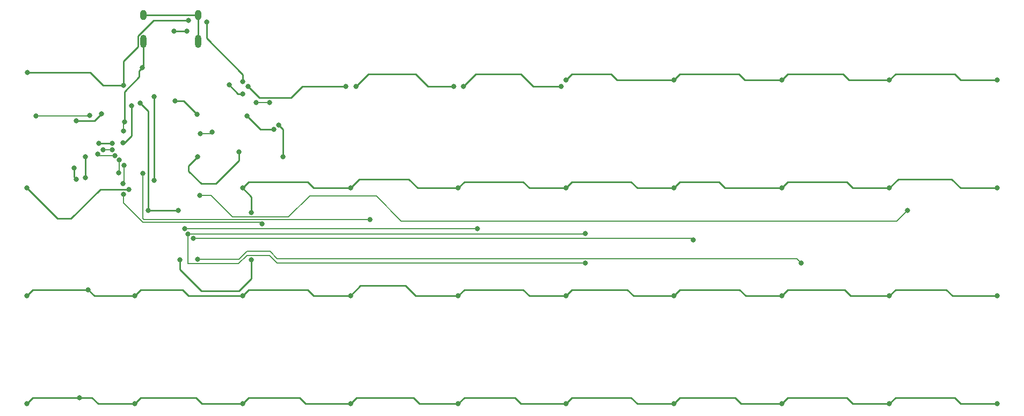
<source format=gbr>
%TF.GenerationSoftware,KiCad,Pcbnew,(6.0.4-0)*%
%TF.CreationDate,2023-02-28T21:33:54-06:00*%
%TF.ProjectId,bancouver40_cfx,62616e63-6f75-4766-9572-34305f636678,rev?*%
%TF.SameCoordinates,Original*%
%TF.FileFunction,Copper,L1,Top*%
%TF.FilePolarity,Positive*%
%FSLAX46Y46*%
G04 Gerber Fmt 4.6, Leading zero omitted, Abs format (unit mm)*
G04 Created by KiCad (PCBNEW (6.0.4-0)) date 2023-02-28 21:33:54*
%MOMM*%
%LPD*%
G01*
G04 APERTURE LIST*
%TA.AperFunction,ComponentPad*%
%ADD10O,1.000000X2.100000*%
%TD*%
%TA.AperFunction,ComponentPad*%
%ADD11O,1.000000X1.600000*%
%TD*%
%TA.AperFunction,ViaPad*%
%ADD12C,0.800000*%
%TD*%
%TA.AperFunction,Conductor*%
%ADD13C,0.200000*%
%TD*%
%TA.AperFunction,Conductor*%
%ADD14C,0.250000*%
%TD*%
G04 APERTURE END LIST*
D10*
%TO.P,J1,S1,SHIELD*%
%TO.N,GND*%
X106888281Y-20104992D03*
D11*
X106888281Y-15924992D03*
X115528281Y-15924992D03*
D10*
X115528281Y-20104992D03*
%TD*%
D12*
%TO.N,GND*%
X103800000Y-34224500D03*
X126791607Y-29749986D03*
X106760000Y-24220000D03*
X103900000Y-32775500D03*
X124666608Y-29749986D03*
%TO.N,Net-(B1-Pad2)*%
X117760089Y-34400000D03*
X115838365Y-34638365D03*
%TO.N,Net-(C2-Pad2)*%
X121934486Y-37521348D03*
X115474446Y-38249982D03*
%TO.N,+5V*%
X111938982Y-29500000D03*
X115400000Y-31614500D03*
X123249942Y-31874985D03*
X127499940Y-33999984D03*
%TO.N,row1*%
X114041613Y-16775500D03*
X123400000Y-27200000D03*
X207541569Y-26208321D03*
X140400000Y-27200000D03*
X173541585Y-26208321D03*
X241541553Y-26208321D03*
X116874945Y-16999992D03*
X122600000Y-26400000D03*
X88600000Y-25000000D03*
X155800000Y-27200000D03*
X172800000Y-27200000D03*
X190541577Y-26208321D03*
X157400000Y-27200000D03*
X103800000Y-27000000D03*
X224541561Y-26208321D03*
X138800000Y-27200000D03*
%TO.N,Net-(D3-Pad2)*%
X122541609Y-28333320D03*
X120416610Y-26916654D03*
%TO.N,row2*%
X241541553Y-43208313D03*
X190541577Y-43208313D03*
X224541561Y-43208313D03*
X106356406Y-29790789D03*
X156541593Y-43208313D03*
X122541609Y-43208313D03*
X207541569Y-43208313D03*
X112425408Y-46749978D03*
X107666616Y-46749978D03*
X123958275Y-47100980D03*
X88541625Y-43208313D03*
X173541585Y-43208313D03*
X139541601Y-43208313D03*
X123958275Y-54541641D03*
X112624947Y-54541641D03*
X104626176Y-43415420D03*
%TO.N,row3*%
X98208767Y-59250452D03*
X103703597Y-36061495D03*
X207541569Y-60208305D03*
X190541577Y-60208305D03*
X97749954Y-38249982D03*
X105049454Y-30220001D03*
X224541561Y-60208305D03*
X122541609Y-60208305D03*
X101999952Y-36124983D03*
X97749954Y-41574981D03*
X105541617Y-60208305D03*
X173541585Y-60208305D03*
X241541553Y-60208305D03*
X139541601Y-60208305D03*
X156541593Y-60208305D03*
X99874953Y-36124983D03*
X88541625Y-60208305D03*
%TO.N,row4*%
X190541577Y-77208297D03*
X122541609Y-77208297D03*
X95984531Y-40026225D03*
X96333288Y-32583318D03*
X173541585Y-77208297D03*
X88541625Y-77208297D03*
X96792101Y-76250444D03*
X105541617Y-77208297D03*
X156541593Y-77208297D03*
X241541553Y-77208297D03*
X139541601Y-77208297D03*
X100262268Y-31487670D03*
X96333288Y-41791647D03*
X224541561Y-77208297D03*
X207541569Y-77208297D03*
%TO.N,VBUS*%
X113750000Y-18500000D03*
X111750000Y-18500000D03*
%TO.N,col1*%
X90000442Y-31800442D03*
X100525500Y-37200000D03*
X98462701Y-31737299D03*
X101974500Y-37200000D03*
%TO.N,col2*%
X99735416Y-37812187D03*
X102397256Y-38105693D03*
%TO.N,col3*%
X103000000Y-40800000D03*
X108600000Y-42000000D03*
X103104011Y-38812449D03*
X108599945Y-28775500D03*
%TO.N,col4*%
X128208273Y-33291651D03*
X125600000Y-48899500D03*
X103887548Y-39595985D03*
X128916606Y-38249982D03*
X103705378Y-42494622D03*
X103800000Y-44200000D03*
%TO.N,col5*%
X106800000Y-40885500D03*
X142600000Y-48200000D03*
%TO.N,col6*%
X113400000Y-49600000D03*
X159600000Y-49600000D03*
%TO.N,col7*%
X113954424Y-50431636D03*
X176599913Y-55024978D03*
X176600000Y-50400000D03*
%TO.N,col8*%
X114749946Y-51131136D03*
X193600000Y-51400000D03*
%TO.N,col9*%
X210599897Y-55024978D03*
X115458279Y-54463285D03*
%TO.N,col10*%
X227374893Y-46749978D03*
X115800000Y-44400000D03*
%TD*%
D13*
%TO.N,GND*%
X103800000Y-32875500D02*
X103900000Y-32775500D01*
X103800000Y-34224500D02*
X103800000Y-32875500D01*
D14*
X106760000Y-24220000D02*
X106888281Y-24091719D01*
X106888281Y-15924992D02*
X115528281Y-15924992D01*
X106250934Y-25669011D02*
X106250934Y-24729066D01*
D13*
X124666608Y-29749986D02*
X126791607Y-29749986D01*
D14*
X106250934Y-25669011D02*
X103900000Y-28019945D01*
X106888281Y-24091719D02*
X106888281Y-20104992D01*
X106250934Y-24729066D02*
X106760000Y-24220000D01*
X115528281Y-15924992D02*
X115528281Y-20104992D01*
X103900000Y-28019945D02*
X103900000Y-32775500D01*
D13*
%TO.N,Net-(B1-Pad2)*%
X117521724Y-34638365D02*
X117760089Y-34400000D01*
X115838365Y-34638365D02*
X117521724Y-34638365D01*
X117560089Y-34600000D02*
X117760089Y-34400000D01*
D14*
%TO.N,Net-(C2-Pad2)*%
X114041613Y-40527331D02*
X116014262Y-42499980D01*
X118291611Y-42499980D02*
X121934486Y-38857105D01*
X115474446Y-38249982D02*
X114041613Y-39682815D01*
X121934486Y-38857105D02*
X121934486Y-37521348D01*
X114041613Y-39682815D02*
X114041613Y-40527331D01*
X116014262Y-42499980D02*
X118291611Y-42499980D01*
%TO.N,+5V*%
X125374941Y-33999984D02*
X123249942Y-31874985D01*
X113285500Y-29500000D02*
X111938982Y-29500000D01*
X127499940Y-33999984D02*
X125374941Y-33999984D01*
X115400000Y-31614500D02*
X113285500Y-29500000D01*
%TO.N,row1*%
X149796085Y-25250468D02*
X151745617Y-27200000D01*
X181609219Y-26208321D02*
X190541577Y-26208321D01*
X225499414Y-25250468D02*
X234796045Y-25250468D01*
X235753898Y-26208321D02*
X241541553Y-26208321D01*
X208499422Y-25250468D02*
X217208711Y-25250468D01*
X159349532Y-25250468D02*
X166451374Y-25250468D01*
X217208711Y-25250468D02*
X218166564Y-26208321D01*
X123400000Y-27200000D02*
X125199510Y-28999510D01*
X106063761Y-20953173D02*
X106063761Y-19213465D01*
X180651366Y-25250468D02*
X181609219Y-26208321D01*
X108501726Y-16775500D02*
X114041613Y-16775500D01*
X142349532Y-25250468D02*
X149796085Y-25250468D01*
X168400906Y-27200000D02*
X172800000Y-27200000D01*
X100545641Y-27000000D02*
X103800000Y-27000000D01*
X157400000Y-27200000D02*
X159349532Y-25250468D01*
X130200490Y-28999510D02*
X132000000Y-27200000D01*
X116874945Y-16999992D02*
X116874945Y-19607997D01*
X207541569Y-26208321D02*
X208499422Y-25250468D01*
X173541585Y-26208321D02*
X174499438Y-25250468D01*
X190541577Y-26208321D02*
X191499430Y-25250468D01*
X122600000Y-25333052D02*
X122600000Y-26400000D01*
X234796045Y-25250468D02*
X235753898Y-26208321D01*
X224541561Y-26208321D02*
X225499414Y-25250468D01*
X103800000Y-23216934D02*
X106063761Y-20953173D01*
X174499438Y-25250468D02*
X180651366Y-25250468D01*
X106063761Y-19213465D02*
X108501726Y-16775500D01*
X98545641Y-25000000D02*
X100545641Y-27000000D01*
X191499430Y-25250468D02*
X200796061Y-25250468D01*
X88600000Y-25000000D02*
X98545641Y-25000000D01*
X218166564Y-26208321D02*
X224541561Y-26208321D01*
X201753914Y-26208321D02*
X207541569Y-26208321D01*
X200796061Y-25250468D02*
X201753914Y-26208321D01*
X125199510Y-28999510D02*
X130200490Y-28999510D01*
X132000000Y-27200000D02*
X138800000Y-27200000D01*
X151745617Y-27200000D02*
X155800000Y-27200000D01*
X103800000Y-27000000D02*
X103800000Y-23216934D01*
X166451374Y-25250468D02*
X168400906Y-27200000D01*
X140400000Y-27200000D02*
X142349532Y-25250468D01*
X116874945Y-19607997D02*
X122600000Y-25333052D01*
%TO.N,Net-(D3-Pad2)*%
X121833276Y-28333320D02*
X122541609Y-28333320D01*
X120416610Y-26916654D02*
X121833276Y-28333320D01*
%TO.N,row2*%
X224541561Y-43208313D02*
X225958227Y-41791647D01*
X88541625Y-43208313D02*
X93368205Y-48034893D01*
X150166596Y-43208313D02*
X156541593Y-43208313D01*
X225958227Y-41791647D02*
X234337232Y-41791647D01*
X106356406Y-29790789D02*
X107666616Y-31100999D01*
X208499422Y-42250460D02*
X217796053Y-42250460D01*
X173541585Y-43208313D02*
X174499438Y-42250460D01*
X122541609Y-43208313D02*
X123958275Y-44624979D01*
X133753946Y-43208313D02*
X139541601Y-43208313D01*
X123958275Y-44624979D02*
X123958275Y-47100980D01*
X217796053Y-42250460D02*
X218753906Y-43208313D01*
X184753922Y-43208313D02*
X190541577Y-43208313D01*
X107666616Y-31100999D02*
X107666616Y-42499980D01*
X123958275Y-57524651D02*
X123958275Y-54541641D01*
X167753930Y-43208313D02*
X173541585Y-43208313D01*
X148749930Y-41791647D02*
X150166596Y-43208313D01*
X191499430Y-42250460D02*
X197651358Y-42250460D01*
X122541609Y-43208313D02*
X123499462Y-42250460D01*
X112624947Y-54541641D02*
X112624947Y-56079298D01*
X234337232Y-41791647D02*
X235753898Y-43208313D01*
X107666616Y-46749978D02*
X112425408Y-46749978D01*
X116029443Y-59483794D02*
X121999132Y-59483794D01*
X121999132Y-59483794D02*
X123958275Y-57524651D01*
X190541577Y-43208313D02*
X191499430Y-42250460D01*
X166796077Y-42250460D02*
X167753930Y-43208313D01*
X132796093Y-42250460D02*
X133753946Y-43208313D01*
X100133540Y-43415420D02*
X104626176Y-43415420D01*
X198609211Y-43208313D02*
X207541569Y-43208313D01*
X95514067Y-48034893D02*
X100133540Y-43415420D01*
X218753906Y-43208313D02*
X224541561Y-43208313D01*
X174499438Y-42250460D02*
X183796069Y-42250460D01*
X197651358Y-42250460D02*
X198609211Y-43208313D01*
X107666616Y-42499980D02*
X107666616Y-46749978D01*
X93368205Y-48034893D02*
X95514067Y-48034893D01*
X156541593Y-43208313D02*
X157499446Y-42250460D01*
X235753898Y-43208313D02*
X241541553Y-43208313D01*
X157499446Y-42250460D02*
X166796077Y-42250460D01*
X112624947Y-56079298D02*
X116029443Y-59483794D01*
X207541569Y-43208313D02*
X208499422Y-42250460D01*
X123499462Y-42250460D02*
X132796093Y-42250460D01*
X183796069Y-42250460D02*
X184753922Y-43208313D01*
X140958267Y-41791647D02*
X148749930Y-41791647D01*
X139541601Y-43208313D02*
X140958267Y-41791647D01*
%TO.N,row3*%
X156541593Y-60208305D02*
X157499446Y-59250452D01*
X184166580Y-60208305D02*
X190541577Y-60208305D01*
X225499414Y-59250452D02*
X233500370Y-59250452D01*
X191499430Y-59250452D02*
X200917052Y-59250452D01*
X98208767Y-59250452D02*
X99166620Y-60208305D01*
X122541609Y-60208305D02*
X123499462Y-59250452D01*
X201874905Y-60208305D02*
X207541569Y-60208305D01*
X166796077Y-59250452D02*
X167753930Y-60208305D01*
X149840753Y-60208305D02*
X156541593Y-60208305D01*
X173541585Y-60208305D02*
X174499438Y-59250452D01*
X167753930Y-60208305D02*
X173541585Y-60208305D01*
X148232842Y-58600394D02*
X149840753Y-60208305D01*
X103978325Y-36061495D02*
X103703597Y-36061495D01*
X233500370Y-59250452D02*
X234458223Y-60208305D01*
X132796093Y-59250452D02*
X133753946Y-60208305D01*
X208499422Y-59250452D02*
X217451350Y-59250452D01*
X106499470Y-59250452D02*
X113058296Y-59250452D01*
X141149512Y-58600394D02*
X148232842Y-58600394D01*
X105049454Y-30220001D02*
X105049454Y-34990366D01*
X89499478Y-59250452D02*
X98208767Y-59250452D01*
X101999952Y-36124983D02*
X99874953Y-36124983D01*
X190541577Y-60208305D02*
X191499430Y-59250452D01*
X217451350Y-59250452D02*
X218409203Y-60208305D01*
X224541561Y-60208305D02*
X225499414Y-59250452D01*
X174499438Y-59250452D02*
X183208727Y-59250452D01*
X157499446Y-59250452D02*
X166796077Y-59250452D01*
X218409203Y-60208305D02*
X224541561Y-60208305D01*
X139541601Y-60208305D02*
X141149512Y-58600394D01*
X105541617Y-60208305D02*
X106499470Y-59250452D01*
X88541625Y-60208305D02*
X89499478Y-59250452D01*
X200917052Y-59250452D02*
X201874905Y-60208305D01*
X99166620Y-60208305D02*
X105541617Y-60208305D01*
X97749954Y-38249982D02*
X97749954Y-41574981D01*
X114016149Y-60208305D02*
X122541609Y-60208305D01*
X207541569Y-60208305D02*
X208499422Y-59250452D01*
X183208727Y-59250452D02*
X184166580Y-60208305D01*
X123499462Y-59250452D02*
X132796093Y-59250452D01*
X113058296Y-59250452D02*
X114016149Y-60208305D01*
X234458223Y-60208305D02*
X241541553Y-60208305D01*
X133753946Y-60208305D02*
X139541601Y-60208305D01*
X105049454Y-34990366D02*
X103978325Y-36061495D01*
%TO.N,row4*%
X201166572Y-77208297D02*
X207541569Y-77208297D01*
X156541593Y-77208297D02*
X157499446Y-76250444D01*
X218753906Y-77208297D02*
X224541561Y-77208297D01*
X96792101Y-76250444D02*
X98796109Y-76250444D01*
X174499438Y-76250444D02*
X183796069Y-76250444D01*
X88541625Y-77208297D02*
X89499478Y-76250444D01*
X122541609Y-77208297D02*
X123499462Y-76250444D01*
X99166620Y-32583318D02*
X96333288Y-32583318D01*
X184753922Y-77208297D02*
X190541577Y-77208297D01*
X166458255Y-77208297D02*
X173541585Y-77208297D01*
X200208719Y-76250444D02*
X201166572Y-77208297D01*
X98796109Y-76250444D02*
X99753962Y-77208297D01*
X217796053Y-76250444D02*
X218753906Y-77208297D01*
X89499478Y-76250444D02*
X96792101Y-76250444D01*
X150409235Y-77208297D02*
X156541593Y-77208297D01*
X139541601Y-77208297D02*
X140499454Y-76250444D01*
X165500402Y-76250444D02*
X166458255Y-77208297D01*
X234796045Y-76250444D02*
X235753898Y-77208297D01*
X157499446Y-76250444D02*
X165500402Y-76250444D01*
X208499422Y-76250444D02*
X217796053Y-76250444D01*
X106499470Y-76250444D02*
X115208759Y-76250444D01*
X105541617Y-77208297D02*
X106499470Y-76250444D01*
X225499414Y-76250444D02*
X234796045Y-76250444D01*
X115208759Y-76250444D02*
X116166612Y-77208297D01*
X100262268Y-31487670D02*
X99166620Y-32583318D01*
X95984531Y-41442890D02*
X96333288Y-41791647D01*
X190541577Y-77208297D02*
X191499430Y-76250444D01*
X191499430Y-76250444D02*
X200208719Y-76250444D01*
X224541561Y-77208297D02*
X225499414Y-76250444D01*
X95984531Y-40026225D02*
X95984531Y-41442890D01*
X131500418Y-76250444D02*
X132458271Y-77208297D01*
X99753962Y-77208297D02*
X105541617Y-77208297D01*
X207541569Y-77208297D02*
X208499422Y-76250444D01*
X132458271Y-77208297D02*
X139541601Y-77208297D01*
X123499462Y-76250444D02*
X131500418Y-76250444D01*
X149451382Y-76250444D02*
X150409235Y-77208297D01*
X140499454Y-76250444D02*
X149451382Y-76250444D01*
X235753898Y-77208297D02*
X241541553Y-77208297D01*
X173541585Y-77208297D02*
X174499438Y-76250444D01*
X116166612Y-77208297D02*
X122541609Y-77208297D01*
X183796069Y-76250444D02*
X184753922Y-77208297D01*
%TO.N,VBUS*%
X111750000Y-18500000D02*
X113750000Y-18500000D01*
D13*
%TO.N,col1*%
X101974500Y-37200000D02*
X100525500Y-37200000D01*
X98399558Y-31800442D02*
X90000442Y-31800442D01*
X98462701Y-31737299D02*
X98399558Y-31800442D01*
%TO.N,col2*%
X100028922Y-38105693D02*
X99735416Y-37812187D01*
X102397256Y-38105693D02*
X100028922Y-38105693D01*
%TO.N,col3*%
X103104011Y-38812449D02*
X103104011Y-40695989D01*
D14*
X108599945Y-41999945D02*
X108600000Y-42000000D01*
X108599945Y-28775500D02*
X108599945Y-41999945D01*
D13*
X103104011Y-40695989D02*
X103000000Y-40800000D01*
%TO.N,col4*%
X103887548Y-42312452D02*
X103705378Y-42494622D01*
X106834513Y-48599519D02*
X125300019Y-48599519D01*
X125300019Y-48599519D02*
X125600000Y-48899500D01*
X103800000Y-44200000D02*
X103800000Y-45565006D01*
D14*
X128208273Y-33291651D02*
X128916606Y-33999984D01*
D13*
X103887548Y-39595985D02*
X103887548Y-42312452D01*
D14*
X128916606Y-33999984D02*
X128916606Y-38249982D01*
D13*
X103800000Y-45565006D02*
X106834513Y-48599519D01*
%TO.N,col5*%
X106800000Y-40885500D02*
X106800000Y-48000000D01*
X106800000Y-48000000D02*
X107000000Y-48200000D01*
X107000000Y-48200000D02*
X142600000Y-48200000D01*
%TO.N,col6*%
X114399011Y-49599011D02*
X159599011Y-49599011D01*
X114398022Y-49600000D02*
X114399011Y-49599011D01*
X113400000Y-49600000D02*
X114398022Y-49600000D01*
X159599011Y-49599011D02*
X159600000Y-49600000D01*
%TO.N,col7*%
X113954424Y-50431636D02*
X113954424Y-55162785D01*
X123249942Y-53833308D02*
X126791607Y-53833308D01*
X113954424Y-50431636D02*
X176568364Y-50431636D01*
X127983277Y-55024978D02*
X176599913Y-55024978D01*
X121920465Y-55162785D02*
X123249942Y-53833308D01*
X176568364Y-50431636D02*
X176600000Y-50400000D01*
X126791607Y-53833308D02*
X127983277Y-55024978D01*
X113954424Y-55162785D02*
X121920465Y-55162785D01*
%TO.N,col8*%
X114749946Y-51131136D02*
X193331136Y-51131136D01*
X193331136Y-51131136D02*
X193600000Y-51400000D01*
%TO.N,col9*%
X127992099Y-54325467D02*
X209900386Y-54325467D01*
X209900386Y-54325467D02*
X210599897Y-55024978D01*
X123249942Y-53214734D02*
X126881366Y-53214734D01*
X122001391Y-54463285D02*
X123249942Y-53214734D01*
X126881366Y-53214734D02*
X127992099Y-54325467D01*
X115458279Y-54463285D02*
X122001391Y-54463285D01*
%TO.N,col10*%
X120966063Y-47800480D02*
X129783819Y-47800480D01*
X117565583Y-44400000D02*
X120966063Y-47800480D01*
X133108839Y-44475460D02*
X143609789Y-44475460D01*
X147534329Y-48400000D02*
X225724871Y-48400000D01*
X115800000Y-44400000D02*
X117565583Y-44400000D01*
X225724871Y-48400000D02*
X227374893Y-46749978D01*
X143609789Y-44475460D02*
X147534329Y-48400000D01*
X129783819Y-47800480D02*
X133108839Y-44475460D01*
%TD*%
M02*

</source>
